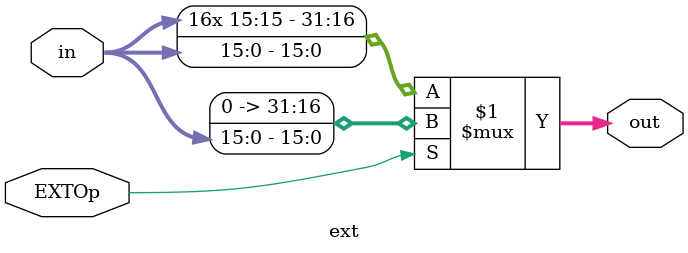
<source format=v>
`timescale 1ns / 1ps
module ext(
    input [15:0] in,
    input EXTOp,
    output [31:0] out
    );

	assign out = EXTOp ? {{16{1'b0}}, in} : {{16{in[15]}}, in};

endmodule

</source>
